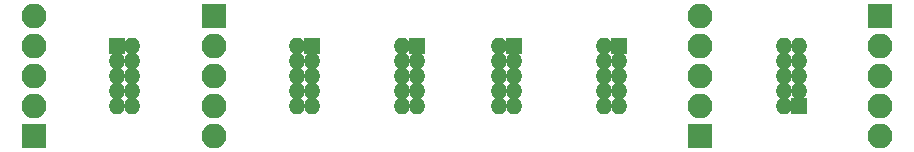
<source format=gbr>
G04 #@! TF.GenerationSoftware,KiCad,Pcbnew,(5.0.0)*
G04 #@! TF.CreationDate,2019-11-08T17:11:36-06:00*
G04 #@! TF.ProjectId,TC2050_adapter,5443323035305F616461707465722E6B,rev?*
G04 #@! TF.SameCoordinates,Original*
G04 #@! TF.FileFunction,Soldermask,Bot*
G04 #@! TF.FilePolarity,Negative*
%FSLAX46Y46*%
G04 Gerber Fmt 4.6, Leading zero omitted, Abs format (unit mm)*
G04 Created by KiCad (PCBNEW (5.0.0)) date 11/08/19 17:11:36*
%MOMM*%
%LPD*%
G01*
G04 APERTURE LIST*
%ADD10R,2.100000X2.100000*%
%ADD11O,2.100000X2.100000*%
%ADD12R,1.400000X1.400000*%
%ADD13O,1.400000X1.400000*%
G04 APERTURE END LIST*
D10*
G04 #@! TO.C,J1*
X27940000Y-38100000D03*
D11*
X27940000Y-35560000D03*
X27940000Y-33020000D03*
X27940000Y-30480000D03*
X27940000Y-27940000D03*
G04 #@! TD*
D12*
G04 #@! TO.C,J2*
X34925000Y-30480000D03*
D13*
X36195000Y-30480000D03*
X34925000Y-31750000D03*
X36195000Y-31750000D03*
X34925000Y-33020000D03*
X36195000Y-33020000D03*
X34925000Y-34290000D03*
X36195000Y-34290000D03*
X34925000Y-35560000D03*
X36195000Y-35560000D03*
G04 #@! TD*
D11*
G04 #@! TO.C,J3*
X43180000Y-38100000D03*
X43180000Y-35560000D03*
X43180000Y-33020000D03*
X43180000Y-30480000D03*
D10*
X43180000Y-27940000D03*
G04 #@! TD*
D11*
G04 #@! TO.C,J4*
X99552017Y-38120885D03*
X99552017Y-35580885D03*
X99552017Y-33040885D03*
X99552017Y-30500885D03*
D10*
X99552017Y-27960885D03*
G04 #@! TD*
G04 #@! TO.C,J6*
X84312018Y-38120885D03*
D11*
X84312018Y-35580885D03*
X84312018Y-33040885D03*
X84312018Y-30500885D03*
X84312018Y-27960885D03*
G04 #@! TD*
D12*
G04 #@! TO.C,J8*
X77470000Y-30480000D03*
D13*
X76200000Y-30480000D03*
X77470000Y-31750000D03*
X76200000Y-31750000D03*
X77470000Y-33020000D03*
X76200000Y-33020000D03*
X77470000Y-34290000D03*
X76200000Y-34290000D03*
X77470000Y-35560000D03*
X76200000Y-35560000D03*
G04 #@! TD*
G04 #@! TO.C,J9*
X67310000Y-35560000D03*
X68580000Y-35560000D03*
X67310000Y-34290000D03*
X68580000Y-34290000D03*
X67310000Y-33020000D03*
X68580000Y-33020000D03*
X67310000Y-31750000D03*
X68580000Y-31750000D03*
X67310000Y-30480000D03*
D12*
X68580000Y-30480000D03*
G04 #@! TD*
G04 #@! TO.C,J11*
X60325000Y-30480000D03*
D13*
X59055000Y-30480000D03*
X60325000Y-31750000D03*
X59055000Y-31750000D03*
X60325000Y-33020000D03*
X59055000Y-33020000D03*
X60325000Y-34290000D03*
X59055000Y-34290000D03*
X60325000Y-35560000D03*
X59055000Y-35560000D03*
G04 #@! TD*
G04 #@! TO.C,J7*
X50165000Y-35560000D03*
X51435000Y-35560000D03*
X50165000Y-34290000D03*
X51435000Y-34290000D03*
X50165000Y-33020000D03*
X51435000Y-33020000D03*
X50165000Y-31750000D03*
X51435000Y-31750000D03*
X50165000Y-30480000D03*
D12*
X51435000Y-30480000D03*
G04 #@! TD*
G04 #@! TO.C,J5*
X92710000Y-35560000D03*
D13*
X91440000Y-35560000D03*
X92710000Y-34290000D03*
X91440000Y-34290000D03*
X92710000Y-33020000D03*
X91440000Y-33020000D03*
X92710000Y-31750000D03*
X91440000Y-31750000D03*
X92710000Y-30480000D03*
X91440000Y-30480000D03*
G04 #@! TD*
M02*

</source>
